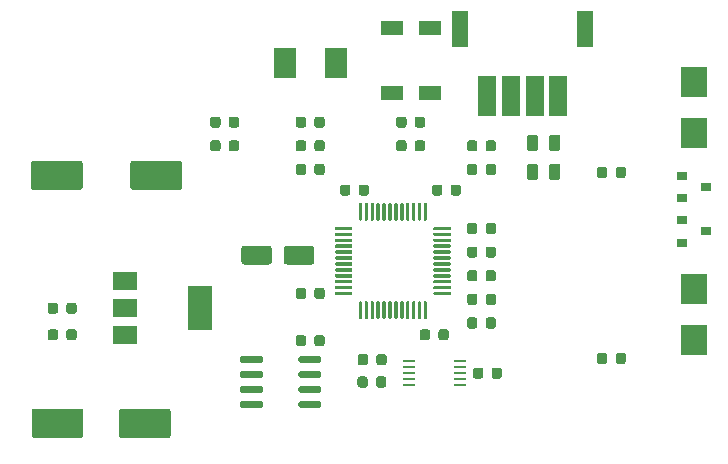
<source format=gbr>
G04 #@! TF.GenerationSoftware,KiCad,Pcbnew,(5.1.6)-1*
G04 #@! TF.CreationDate,2020-10-27T15:13:45-03:00*
G04 #@! TF.ProjectId,HMIconSTM32,484d4963-6f6e-4535-944d-33322e6b6963,v1.0*
G04 #@! TF.SameCoordinates,Original*
G04 #@! TF.FileFunction,Paste,Top*
G04 #@! TF.FilePolarity,Positive*
%FSLAX46Y46*%
G04 Gerber Fmt 4.6, Leading zero omitted, Abs format (unit mm)*
G04 Created by KiCad (PCBNEW (5.1.6)-1) date 2020-10-27 15:13:45*
%MOMM*%
%LPD*%
G01*
G04 APERTURE LIST*
%ADD10R,1.900000X1.300000*%
%ADD11R,1.400000X3.100000*%
%ADD12R,1.500000X3.400000*%
%ADD13R,2.300000X2.500000*%
%ADD14R,1.900000X2.600000*%
%ADD15R,1.100000X0.250000*%
%ADD16R,2.000000X1.500000*%
%ADD17R,2.000000X3.800000*%
%ADD18R,0.900000X0.800000*%
G04 APERTURE END LIST*
D10*
X102150000Y-57750000D03*
X102150000Y-52250000D03*
X105350000Y-52250000D03*
X105350000Y-57750000D03*
G36*
G01*
X88350000Y-62506250D02*
X88350000Y-61993750D01*
G75*
G02*
X88568750Y-61775000I218750J0D01*
G01*
X89006250Y-61775000D01*
G75*
G02*
X89225000Y-61993750I0J-218750D01*
G01*
X89225000Y-62506250D01*
G75*
G02*
X89006250Y-62725000I-218750J0D01*
G01*
X88568750Y-62725000D01*
G75*
G02*
X88350000Y-62506250I0J218750D01*
G01*
G37*
G36*
G01*
X86775000Y-62506250D02*
X86775000Y-61993750D01*
G75*
G02*
X86993750Y-61775000I218750J0D01*
G01*
X87431250Y-61775000D01*
G75*
G02*
X87650000Y-61993750I0J-218750D01*
G01*
X87650000Y-62506250D01*
G75*
G02*
X87431250Y-62725000I-218750J0D01*
G01*
X86993750Y-62725000D01*
G75*
G02*
X86775000Y-62506250I0J218750D01*
G01*
G37*
G36*
G01*
X87650000Y-59993750D02*
X87650000Y-60506250D01*
G75*
G02*
X87431250Y-60725000I-218750J0D01*
G01*
X86993750Y-60725000D01*
G75*
G02*
X86775000Y-60506250I0J218750D01*
G01*
X86775000Y-59993750D01*
G75*
G02*
X86993750Y-59775000I218750J0D01*
G01*
X87431250Y-59775000D01*
G75*
G02*
X87650000Y-59993750I0J-218750D01*
G01*
G37*
G36*
G01*
X89225000Y-59993750D02*
X89225000Y-60506250D01*
G75*
G02*
X89006250Y-60725000I-218750J0D01*
G01*
X88568750Y-60725000D01*
G75*
G02*
X88350000Y-60506250I0J218750D01*
G01*
X88350000Y-59993750D01*
G75*
G02*
X88568750Y-59775000I218750J0D01*
G01*
X89006250Y-59775000D01*
G75*
G02*
X89225000Y-59993750I0J-218750D01*
G01*
G37*
G36*
G01*
X92000000Y-70950000D02*
X92000000Y-72050000D01*
G75*
G02*
X91750000Y-72300000I-250000J0D01*
G01*
X89650000Y-72300000D01*
G75*
G02*
X89400000Y-72050000I0J250000D01*
G01*
X89400000Y-70950000D01*
G75*
G02*
X89650000Y-70700000I250000J0D01*
G01*
X91750000Y-70700000D01*
G75*
G02*
X92000000Y-70950000I0J-250000D01*
G01*
G37*
G36*
G01*
X95600000Y-70950000D02*
X95600000Y-72050000D01*
G75*
G02*
X95350000Y-72300000I-250000J0D01*
G01*
X93250000Y-72300000D01*
G75*
G02*
X93000000Y-72050000I0J250000D01*
G01*
X93000000Y-70950000D01*
G75*
G02*
X93250000Y-70700000I250000J0D01*
G01*
X95350000Y-70700000D01*
G75*
G02*
X95600000Y-70950000I0J-250000D01*
G01*
G37*
D11*
X107950000Y-52350000D03*
X118550000Y-52350000D03*
D12*
X110250000Y-58000000D03*
X112250000Y-58000000D03*
X114250000Y-58000000D03*
X116250000Y-58000000D03*
G36*
G01*
X107137500Y-66256250D02*
X107137500Y-65743750D01*
G75*
G02*
X107356250Y-65525000I218750J0D01*
G01*
X107793750Y-65525000D01*
G75*
G02*
X108012500Y-65743750I0J-218750D01*
G01*
X108012500Y-66256250D01*
G75*
G02*
X107793750Y-66475000I-218750J0D01*
G01*
X107356250Y-66475000D01*
G75*
G02*
X107137500Y-66256250I0J218750D01*
G01*
G37*
G36*
G01*
X105562500Y-66256250D02*
X105562500Y-65743750D01*
G75*
G02*
X105781250Y-65525000I218750J0D01*
G01*
X106218750Y-65525000D01*
G75*
G02*
X106437500Y-65743750I0J-218750D01*
G01*
X106437500Y-66256250D01*
G75*
G02*
X106218750Y-66475000I-218750J0D01*
G01*
X105781250Y-66475000D01*
G75*
G02*
X105562500Y-66256250I0J218750D01*
G01*
G37*
G36*
G01*
X106100000Y-78506250D02*
X106100000Y-77993750D01*
G75*
G02*
X106318750Y-77775000I218750J0D01*
G01*
X106756250Y-77775000D01*
G75*
G02*
X106975000Y-77993750I0J-218750D01*
G01*
X106975000Y-78506250D01*
G75*
G02*
X106756250Y-78725000I-218750J0D01*
G01*
X106318750Y-78725000D01*
G75*
G02*
X106100000Y-78506250I0J218750D01*
G01*
G37*
G36*
G01*
X104525000Y-78506250D02*
X104525000Y-77993750D01*
G75*
G02*
X104743750Y-77775000I218750J0D01*
G01*
X105181250Y-77775000D01*
G75*
G02*
X105400000Y-77993750I0J-218750D01*
G01*
X105400000Y-78506250D01*
G75*
G02*
X105181250Y-78725000I-218750J0D01*
G01*
X104743750Y-78725000D01*
G75*
G02*
X104525000Y-78506250I0J218750D01*
G01*
G37*
G36*
G01*
X98650000Y-65743750D02*
X98650000Y-66256250D01*
G75*
G02*
X98431250Y-66475000I-218750J0D01*
G01*
X97993750Y-66475000D01*
G75*
G02*
X97775000Y-66256250I0J218750D01*
G01*
X97775000Y-65743750D01*
G75*
G02*
X97993750Y-65525000I218750J0D01*
G01*
X98431250Y-65525000D01*
G75*
G02*
X98650000Y-65743750I0J-218750D01*
G01*
G37*
G36*
G01*
X100225000Y-65743750D02*
X100225000Y-66256250D01*
G75*
G02*
X100006250Y-66475000I-218750J0D01*
G01*
X99568750Y-66475000D01*
G75*
G02*
X99350000Y-66256250I0J218750D01*
G01*
X99350000Y-65743750D01*
G75*
G02*
X99568750Y-65525000I218750J0D01*
G01*
X100006250Y-65525000D01*
G75*
G02*
X100225000Y-65743750I0J-218750D01*
G01*
G37*
G36*
G01*
X105750000Y-69100000D02*
X107075000Y-69100000D01*
G75*
G02*
X107150000Y-69175000I0J-75000D01*
G01*
X107150000Y-69325000D01*
G75*
G02*
X107075000Y-69400000I-75000J0D01*
G01*
X105750000Y-69400000D01*
G75*
G02*
X105675000Y-69325000I0J75000D01*
G01*
X105675000Y-69175000D01*
G75*
G02*
X105750000Y-69100000I75000J0D01*
G01*
G37*
G36*
G01*
X105750000Y-69600000D02*
X107075000Y-69600000D01*
G75*
G02*
X107150000Y-69675000I0J-75000D01*
G01*
X107150000Y-69825000D01*
G75*
G02*
X107075000Y-69900000I-75000J0D01*
G01*
X105750000Y-69900000D01*
G75*
G02*
X105675000Y-69825000I0J75000D01*
G01*
X105675000Y-69675000D01*
G75*
G02*
X105750000Y-69600000I75000J0D01*
G01*
G37*
G36*
G01*
X105750000Y-70100000D02*
X107075000Y-70100000D01*
G75*
G02*
X107150000Y-70175000I0J-75000D01*
G01*
X107150000Y-70325000D01*
G75*
G02*
X107075000Y-70400000I-75000J0D01*
G01*
X105750000Y-70400000D01*
G75*
G02*
X105675000Y-70325000I0J75000D01*
G01*
X105675000Y-70175000D01*
G75*
G02*
X105750000Y-70100000I75000J0D01*
G01*
G37*
G36*
G01*
X105750000Y-70600000D02*
X107075000Y-70600000D01*
G75*
G02*
X107150000Y-70675000I0J-75000D01*
G01*
X107150000Y-70825000D01*
G75*
G02*
X107075000Y-70900000I-75000J0D01*
G01*
X105750000Y-70900000D01*
G75*
G02*
X105675000Y-70825000I0J75000D01*
G01*
X105675000Y-70675000D01*
G75*
G02*
X105750000Y-70600000I75000J0D01*
G01*
G37*
G36*
G01*
X105750000Y-71100000D02*
X107075000Y-71100000D01*
G75*
G02*
X107150000Y-71175000I0J-75000D01*
G01*
X107150000Y-71325000D01*
G75*
G02*
X107075000Y-71400000I-75000J0D01*
G01*
X105750000Y-71400000D01*
G75*
G02*
X105675000Y-71325000I0J75000D01*
G01*
X105675000Y-71175000D01*
G75*
G02*
X105750000Y-71100000I75000J0D01*
G01*
G37*
G36*
G01*
X105750000Y-71600000D02*
X107075000Y-71600000D01*
G75*
G02*
X107150000Y-71675000I0J-75000D01*
G01*
X107150000Y-71825000D01*
G75*
G02*
X107075000Y-71900000I-75000J0D01*
G01*
X105750000Y-71900000D01*
G75*
G02*
X105675000Y-71825000I0J75000D01*
G01*
X105675000Y-71675000D01*
G75*
G02*
X105750000Y-71600000I75000J0D01*
G01*
G37*
G36*
G01*
X105750000Y-72100000D02*
X107075000Y-72100000D01*
G75*
G02*
X107150000Y-72175000I0J-75000D01*
G01*
X107150000Y-72325000D01*
G75*
G02*
X107075000Y-72400000I-75000J0D01*
G01*
X105750000Y-72400000D01*
G75*
G02*
X105675000Y-72325000I0J75000D01*
G01*
X105675000Y-72175000D01*
G75*
G02*
X105750000Y-72100000I75000J0D01*
G01*
G37*
G36*
G01*
X105750000Y-72600000D02*
X107075000Y-72600000D01*
G75*
G02*
X107150000Y-72675000I0J-75000D01*
G01*
X107150000Y-72825000D01*
G75*
G02*
X107075000Y-72900000I-75000J0D01*
G01*
X105750000Y-72900000D01*
G75*
G02*
X105675000Y-72825000I0J75000D01*
G01*
X105675000Y-72675000D01*
G75*
G02*
X105750000Y-72600000I75000J0D01*
G01*
G37*
G36*
G01*
X105750000Y-73100000D02*
X107075000Y-73100000D01*
G75*
G02*
X107150000Y-73175000I0J-75000D01*
G01*
X107150000Y-73325000D01*
G75*
G02*
X107075000Y-73400000I-75000J0D01*
G01*
X105750000Y-73400000D01*
G75*
G02*
X105675000Y-73325000I0J75000D01*
G01*
X105675000Y-73175000D01*
G75*
G02*
X105750000Y-73100000I75000J0D01*
G01*
G37*
G36*
G01*
X105750000Y-73600000D02*
X107075000Y-73600000D01*
G75*
G02*
X107150000Y-73675000I0J-75000D01*
G01*
X107150000Y-73825000D01*
G75*
G02*
X107075000Y-73900000I-75000J0D01*
G01*
X105750000Y-73900000D01*
G75*
G02*
X105675000Y-73825000I0J75000D01*
G01*
X105675000Y-73675000D01*
G75*
G02*
X105750000Y-73600000I75000J0D01*
G01*
G37*
G36*
G01*
X105750000Y-74100000D02*
X107075000Y-74100000D01*
G75*
G02*
X107150000Y-74175000I0J-75000D01*
G01*
X107150000Y-74325000D01*
G75*
G02*
X107075000Y-74400000I-75000J0D01*
G01*
X105750000Y-74400000D01*
G75*
G02*
X105675000Y-74325000I0J75000D01*
G01*
X105675000Y-74175000D01*
G75*
G02*
X105750000Y-74100000I75000J0D01*
G01*
G37*
G36*
G01*
X105750000Y-74600000D02*
X107075000Y-74600000D01*
G75*
G02*
X107150000Y-74675000I0J-75000D01*
G01*
X107150000Y-74825000D01*
G75*
G02*
X107075000Y-74900000I-75000J0D01*
G01*
X105750000Y-74900000D01*
G75*
G02*
X105675000Y-74825000I0J75000D01*
G01*
X105675000Y-74675000D01*
G75*
G02*
X105750000Y-74600000I75000J0D01*
G01*
G37*
G36*
G01*
X104925000Y-75425000D02*
X105075000Y-75425000D01*
G75*
G02*
X105150000Y-75500000I0J-75000D01*
G01*
X105150000Y-76825000D01*
G75*
G02*
X105075000Y-76900000I-75000J0D01*
G01*
X104925000Y-76900000D01*
G75*
G02*
X104850000Y-76825000I0J75000D01*
G01*
X104850000Y-75500000D01*
G75*
G02*
X104925000Y-75425000I75000J0D01*
G01*
G37*
G36*
G01*
X104425000Y-75425000D02*
X104575000Y-75425000D01*
G75*
G02*
X104650000Y-75500000I0J-75000D01*
G01*
X104650000Y-76825000D01*
G75*
G02*
X104575000Y-76900000I-75000J0D01*
G01*
X104425000Y-76900000D01*
G75*
G02*
X104350000Y-76825000I0J75000D01*
G01*
X104350000Y-75500000D01*
G75*
G02*
X104425000Y-75425000I75000J0D01*
G01*
G37*
G36*
G01*
X103925000Y-75425000D02*
X104075000Y-75425000D01*
G75*
G02*
X104150000Y-75500000I0J-75000D01*
G01*
X104150000Y-76825000D01*
G75*
G02*
X104075000Y-76900000I-75000J0D01*
G01*
X103925000Y-76900000D01*
G75*
G02*
X103850000Y-76825000I0J75000D01*
G01*
X103850000Y-75500000D01*
G75*
G02*
X103925000Y-75425000I75000J0D01*
G01*
G37*
G36*
G01*
X103425000Y-75425000D02*
X103575000Y-75425000D01*
G75*
G02*
X103650000Y-75500000I0J-75000D01*
G01*
X103650000Y-76825000D01*
G75*
G02*
X103575000Y-76900000I-75000J0D01*
G01*
X103425000Y-76900000D01*
G75*
G02*
X103350000Y-76825000I0J75000D01*
G01*
X103350000Y-75500000D01*
G75*
G02*
X103425000Y-75425000I75000J0D01*
G01*
G37*
G36*
G01*
X102925000Y-75425000D02*
X103075000Y-75425000D01*
G75*
G02*
X103150000Y-75500000I0J-75000D01*
G01*
X103150000Y-76825000D01*
G75*
G02*
X103075000Y-76900000I-75000J0D01*
G01*
X102925000Y-76900000D01*
G75*
G02*
X102850000Y-76825000I0J75000D01*
G01*
X102850000Y-75500000D01*
G75*
G02*
X102925000Y-75425000I75000J0D01*
G01*
G37*
G36*
G01*
X102425000Y-75425000D02*
X102575000Y-75425000D01*
G75*
G02*
X102650000Y-75500000I0J-75000D01*
G01*
X102650000Y-76825000D01*
G75*
G02*
X102575000Y-76900000I-75000J0D01*
G01*
X102425000Y-76900000D01*
G75*
G02*
X102350000Y-76825000I0J75000D01*
G01*
X102350000Y-75500000D01*
G75*
G02*
X102425000Y-75425000I75000J0D01*
G01*
G37*
G36*
G01*
X101925000Y-75425000D02*
X102075000Y-75425000D01*
G75*
G02*
X102150000Y-75500000I0J-75000D01*
G01*
X102150000Y-76825000D01*
G75*
G02*
X102075000Y-76900000I-75000J0D01*
G01*
X101925000Y-76900000D01*
G75*
G02*
X101850000Y-76825000I0J75000D01*
G01*
X101850000Y-75500000D01*
G75*
G02*
X101925000Y-75425000I75000J0D01*
G01*
G37*
G36*
G01*
X101425000Y-75425000D02*
X101575000Y-75425000D01*
G75*
G02*
X101650000Y-75500000I0J-75000D01*
G01*
X101650000Y-76825000D01*
G75*
G02*
X101575000Y-76900000I-75000J0D01*
G01*
X101425000Y-76900000D01*
G75*
G02*
X101350000Y-76825000I0J75000D01*
G01*
X101350000Y-75500000D01*
G75*
G02*
X101425000Y-75425000I75000J0D01*
G01*
G37*
G36*
G01*
X100925000Y-75425000D02*
X101075000Y-75425000D01*
G75*
G02*
X101150000Y-75500000I0J-75000D01*
G01*
X101150000Y-76825000D01*
G75*
G02*
X101075000Y-76900000I-75000J0D01*
G01*
X100925000Y-76900000D01*
G75*
G02*
X100850000Y-76825000I0J75000D01*
G01*
X100850000Y-75500000D01*
G75*
G02*
X100925000Y-75425000I75000J0D01*
G01*
G37*
G36*
G01*
X100425000Y-75425000D02*
X100575000Y-75425000D01*
G75*
G02*
X100650000Y-75500000I0J-75000D01*
G01*
X100650000Y-76825000D01*
G75*
G02*
X100575000Y-76900000I-75000J0D01*
G01*
X100425000Y-76900000D01*
G75*
G02*
X100350000Y-76825000I0J75000D01*
G01*
X100350000Y-75500000D01*
G75*
G02*
X100425000Y-75425000I75000J0D01*
G01*
G37*
G36*
G01*
X99925000Y-75425000D02*
X100075000Y-75425000D01*
G75*
G02*
X100150000Y-75500000I0J-75000D01*
G01*
X100150000Y-76825000D01*
G75*
G02*
X100075000Y-76900000I-75000J0D01*
G01*
X99925000Y-76900000D01*
G75*
G02*
X99850000Y-76825000I0J75000D01*
G01*
X99850000Y-75500000D01*
G75*
G02*
X99925000Y-75425000I75000J0D01*
G01*
G37*
G36*
G01*
X99425000Y-75425000D02*
X99575000Y-75425000D01*
G75*
G02*
X99650000Y-75500000I0J-75000D01*
G01*
X99650000Y-76825000D01*
G75*
G02*
X99575000Y-76900000I-75000J0D01*
G01*
X99425000Y-76900000D01*
G75*
G02*
X99350000Y-76825000I0J75000D01*
G01*
X99350000Y-75500000D01*
G75*
G02*
X99425000Y-75425000I75000J0D01*
G01*
G37*
G36*
G01*
X97425000Y-74600000D02*
X98750000Y-74600000D01*
G75*
G02*
X98825000Y-74675000I0J-75000D01*
G01*
X98825000Y-74825000D01*
G75*
G02*
X98750000Y-74900000I-75000J0D01*
G01*
X97425000Y-74900000D01*
G75*
G02*
X97350000Y-74825000I0J75000D01*
G01*
X97350000Y-74675000D01*
G75*
G02*
X97425000Y-74600000I75000J0D01*
G01*
G37*
G36*
G01*
X97425000Y-74100000D02*
X98750000Y-74100000D01*
G75*
G02*
X98825000Y-74175000I0J-75000D01*
G01*
X98825000Y-74325000D01*
G75*
G02*
X98750000Y-74400000I-75000J0D01*
G01*
X97425000Y-74400000D01*
G75*
G02*
X97350000Y-74325000I0J75000D01*
G01*
X97350000Y-74175000D01*
G75*
G02*
X97425000Y-74100000I75000J0D01*
G01*
G37*
G36*
G01*
X97425000Y-73600000D02*
X98750000Y-73600000D01*
G75*
G02*
X98825000Y-73675000I0J-75000D01*
G01*
X98825000Y-73825000D01*
G75*
G02*
X98750000Y-73900000I-75000J0D01*
G01*
X97425000Y-73900000D01*
G75*
G02*
X97350000Y-73825000I0J75000D01*
G01*
X97350000Y-73675000D01*
G75*
G02*
X97425000Y-73600000I75000J0D01*
G01*
G37*
G36*
G01*
X97425000Y-73100000D02*
X98750000Y-73100000D01*
G75*
G02*
X98825000Y-73175000I0J-75000D01*
G01*
X98825000Y-73325000D01*
G75*
G02*
X98750000Y-73400000I-75000J0D01*
G01*
X97425000Y-73400000D01*
G75*
G02*
X97350000Y-73325000I0J75000D01*
G01*
X97350000Y-73175000D01*
G75*
G02*
X97425000Y-73100000I75000J0D01*
G01*
G37*
G36*
G01*
X97425000Y-72600000D02*
X98750000Y-72600000D01*
G75*
G02*
X98825000Y-72675000I0J-75000D01*
G01*
X98825000Y-72825000D01*
G75*
G02*
X98750000Y-72900000I-75000J0D01*
G01*
X97425000Y-72900000D01*
G75*
G02*
X97350000Y-72825000I0J75000D01*
G01*
X97350000Y-72675000D01*
G75*
G02*
X97425000Y-72600000I75000J0D01*
G01*
G37*
G36*
G01*
X97425000Y-72100000D02*
X98750000Y-72100000D01*
G75*
G02*
X98825000Y-72175000I0J-75000D01*
G01*
X98825000Y-72325000D01*
G75*
G02*
X98750000Y-72400000I-75000J0D01*
G01*
X97425000Y-72400000D01*
G75*
G02*
X97350000Y-72325000I0J75000D01*
G01*
X97350000Y-72175000D01*
G75*
G02*
X97425000Y-72100000I75000J0D01*
G01*
G37*
G36*
G01*
X97425000Y-71600000D02*
X98750000Y-71600000D01*
G75*
G02*
X98825000Y-71675000I0J-75000D01*
G01*
X98825000Y-71825000D01*
G75*
G02*
X98750000Y-71900000I-75000J0D01*
G01*
X97425000Y-71900000D01*
G75*
G02*
X97350000Y-71825000I0J75000D01*
G01*
X97350000Y-71675000D01*
G75*
G02*
X97425000Y-71600000I75000J0D01*
G01*
G37*
G36*
G01*
X97425000Y-71100000D02*
X98750000Y-71100000D01*
G75*
G02*
X98825000Y-71175000I0J-75000D01*
G01*
X98825000Y-71325000D01*
G75*
G02*
X98750000Y-71400000I-75000J0D01*
G01*
X97425000Y-71400000D01*
G75*
G02*
X97350000Y-71325000I0J75000D01*
G01*
X97350000Y-71175000D01*
G75*
G02*
X97425000Y-71100000I75000J0D01*
G01*
G37*
G36*
G01*
X97425000Y-70600000D02*
X98750000Y-70600000D01*
G75*
G02*
X98825000Y-70675000I0J-75000D01*
G01*
X98825000Y-70825000D01*
G75*
G02*
X98750000Y-70900000I-75000J0D01*
G01*
X97425000Y-70900000D01*
G75*
G02*
X97350000Y-70825000I0J75000D01*
G01*
X97350000Y-70675000D01*
G75*
G02*
X97425000Y-70600000I75000J0D01*
G01*
G37*
G36*
G01*
X97425000Y-70100000D02*
X98750000Y-70100000D01*
G75*
G02*
X98825000Y-70175000I0J-75000D01*
G01*
X98825000Y-70325000D01*
G75*
G02*
X98750000Y-70400000I-75000J0D01*
G01*
X97425000Y-70400000D01*
G75*
G02*
X97350000Y-70325000I0J75000D01*
G01*
X97350000Y-70175000D01*
G75*
G02*
X97425000Y-70100000I75000J0D01*
G01*
G37*
G36*
G01*
X97425000Y-69600000D02*
X98750000Y-69600000D01*
G75*
G02*
X98825000Y-69675000I0J-75000D01*
G01*
X98825000Y-69825000D01*
G75*
G02*
X98750000Y-69900000I-75000J0D01*
G01*
X97425000Y-69900000D01*
G75*
G02*
X97350000Y-69825000I0J75000D01*
G01*
X97350000Y-69675000D01*
G75*
G02*
X97425000Y-69600000I75000J0D01*
G01*
G37*
G36*
G01*
X97425000Y-69100000D02*
X98750000Y-69100000D01*
G75*
G02*
X98825000Y-69175000I0J-75000D01*
G01*
X98825000Y-69325000D01*
G75*
G02*
X98750000Y-69400000I-75000J0D01*
G01*
X97425000Y-69400000D01*
G75*
G02*
X97350000Y-69325000I0J75000D01*
G01*
X97350000Y-69175000D01*
G75*
G02*
X97425000Y-69100000I75000J0D01*
G01*
G37*
G36*
G01*
X99425000Y-67100000D02*
X99575000Y-67100000D01*
G75*
G02*
X99650000Y-67175000I0J-75000D01*
G01*
X99650000Y-68500000D01*
G75*
G02*
X99575000Y-68575000I-75000J0D01*
G01*
X99425000Y-68575000D01*
G75*
G02*
X99350000Y-68500000I0J75000D01*
G01*
X99350000Y-67175000D01*
G75*
G02*
X99425000Y-67100000I75000J0D01*
G01*
G37*
G36*
G01*
X99925000Y-67100000D02*
X100075000Y-67100000D01*
G75*
G02*
X100150000Y-67175000I0J-75000D01*
G01*
X100150000Y-68500000D01*
G75*
G02*
X100075000Y-68575000I-75000J0D01*
G01*
X99925000Y-68575000D01*
G75*
G02*
X99850000Y-68500000I0J75000D01*
G01*
X99850000Y-67175000D01*
G75*
G02*
X99925000Y-67100000I75000J0D01*
G01*
G37*
G36*
G01*
X100425000Y-67100000D02*
X100575000Y-67100000D01*
G75*
G02*
X100650000Y-67175000I0J-75000D01*
G01*
X100650000Y-68500000D01*
G75*
G02*
X100575000Y-68575000I-75000J0D01*
G01*
X100425000Y-68575000D01*
G75*
G02*
X100350000Y-68500000I0J75000D01*
G01*
X100350000Y-67175000D01*
G75*
G02*
X100425000Y-67100000I75000J0D01*
G01*
G37*
G36*
G01*
X100925000Y-67100000D02*
X101075000Y-67100000D01*
G75*
G02*
X101150000Y-67175000I0J-75000D01*
G01*
X101150000Y-68500000D01*
G75*
G02*
X101075000Y-68575000I-75000J0D01*
G01*
X100925000Y-68575000D01*
G75*
G02*
X100850000Y-68500000I0J75000D01*
G01*
X100850000Y-67175000D01*
G75*
G02*
X100925000Y-67100000I75000J0D01*
G01*
G37*
G36*
G01*
X101425000Y-67100000D02*
X101575000Y-67100000D01*
G75*
G02*
X101650000Y-67175000I0J-75000D01*
G01*
X101650000Y-68500000D01*
G75*
G02*
X101575000Y-68575000I-75000J0D01*
G01*
X101425000Y-68575000D01*
G75*
G02*
X101350000Y-68500000I0J75000D01*
G01*
X101350000Y-67175000D01*
G75*
G02*
X101425000Y-67100000I75000J0D01*
G01*
G37*
G36*
G01*
X101925000Y-67100000D02*
X102075000Y-67100000D01*
G75*
G02*
X102150000Y-67175000I0J-75000D01*
G01*
X102150000Y-68500000D01*
G75*
G02*
X102075000Y-68575000I-75000J0D01*
G01*
X101925000Y-68575000D01*
G75*
G02*
X101850000Y-68500000I0J75000D01*
G01*
X101850000Y-67175000D01*
G75*
G02*
X101925000Y-67100000I75000J0D01*
G01*
G37*
G36*
G01*
X102425000Y-67100000D02*
X102575000Y-67100000D01*
G75*
G02*
X102650000Y-67175000I0J-75000D01*
G01*
X102650000Y-68500000D01*
G75*
G02*
X102575000Y-68575000I-75000J0D01*
G01*
X102425000Y-68575000D01*
G75*
G02*
X102350000Y-68500000I0J75000D01*
G01*
X102350000Y-67175000D01*
G75*
G02*
X102425000Y-67100000I75000J0D01*
G01*
G37*
G36*
G01*
X102925000Y-67100000D02*
X103075000Y-67100000D01*
G75*
G02*
X103150000Y-67175000I0J-75000D01*
G01*
X103150000Y-68500000D01*
G75*
G02*
X103075000Y-68575000I-75000J0D01*
G01*
X102925000Y-68575000D01*
G75*
G02*
X102850000Y-68500000I0J75000D01*
G01*
X102850000Y-67175000D01*
G75*
G02*
X102925000Y-67100000I75000J0D01*
G01*
G37*
G36*
G01*
X103425000Y-67100000D02*
X103575000Y-67100000D01*
G75*
G02*
X103650000Y-67175000I0J-75000D01*
G01*
X103650000Y-68500000D01*
G75*
G02*
X103575000Y-68575000I-75000J0D01*
G01*
X103425000Y-68575000D01*
G75*
G02*
X103350000Y-68500000I0J75000D01*
G01*
X103350000Y-67175000D01*
G75*
G02*
X103425000Y-67100000I75000J0D01*
G01*
G37*
G36*
G01*
X103925000Y-67100000D02*
X104075000Y-67100000D01*
G75*
G02*
X104150000Y-67175000I0J-75000D01*
G01*
X104150000Y-68500000D01*
G75*
G02*
X104075000Y-68575000I-75000J0D01*
G01*
X103925000Y-68575000D01*
G75*
G02*
X103850000Y-68500000I0J75000D01*
G01*
X103850000Y-67175000D01*
G75*
G02*
X103925000Y-67100000I75000J0D01*
G01*
G37*
G36*
G01*
X104425000Y-67100000D02*
X104575000Y-67100000D01*
G75*
G02*
X104650000Y-67175000I0J-75000D01*
G01*
X104650000Y-68500000D01*
G75*
G02*
X104575000Y-68575000I-75000J0D01*
G01*
X104425000Y-68575000D01*
G75*
G02*
X104350000Y-68500000I0J75000D01*
G01*
X104350000Y-67175000D01*
G75*
G02*
X104425000Y-67100000I75000J0D01*
G01*
G37*
G36*
G01*
X104925000Y-67100000D02*
X105075000Y-67100000D01*
G75*
G02*
X105150000Y-67175000I0J-75000D01*
G01*
X105150000Y-68500000D01*
G75*
G02*
X105075000Y-68575000I-75000J0D01*
G01*
X104925000Y-68575000D01*
G75*
G02*
X104850000Y-68500000I0J75000D01*
G01*
X104850000Y-67175000D01*
G75*
G02*
X104925000Y-67100000I75000J0D01*
G01*
G37*
D13*
X127750000Y-78650000D03*
X127750000Y-74350000D03*
G36*
G01*
X110100000Y-77506250D02*
X110100000Y-76993750D01*
G75*
G02*
X110318750Y-76775000I218750J0D01*
G01*
X110756250Y-76775000D01*
G75*
G02*
X110975000Y-76993750I0J-218750D01*
G01*
X110975000Y-77506250D01*
G75*
G02*
X110756250Y-77725000I-218750J0D01*
G01*
X110318750Y-77725000D01*
G75*
G02*
X110100000Y-77506250I0J218750D01*
G01*
G37*
G36*
G01*
X108525000Y-77506250D02*
X108525000Y-76993750D01*
G75*
G02*
X108743750Y-76775000I218750J0D01*
G01*
X109181250Y-76775000D01*
G75*
G02*
X109400000Y-76993750I0J-218750D01*
G01*
X109400000Y-77506250D01*
G75*
G02*
X109181250Y-77725000I-218750J0D01*
G01*
X108743750Y-77725000D01*
G75*
G02*
X108525000Y-77506250I0J218750D01*
G01*
G37*
G36*
G01*
X110100000Y-75506250D02*
X110100000Y-74993750D01*
G75*
G02*
X110318750Y-74775000I218750J0D01*
G01*
X110756250Y-74775000D01*
G75*
G02*
X110975000Y-74993750I0J-218750D01*
G01*
X110975000Y-75506250D01*
G75*
G02*
X110756250Y-75725000I-218750J0D01*
G01*
X110318750Y-75725000D01*
G75*
G02*
X110100000Y-75506250I0J218750D01*
G01*
G37*
G36*
G01*
X108525000Y-75506250D02*
X108525000Y-74993750D01*
G75*
G02*
X108743750Y-74775000I218750J0D01*
G01*
X109181250Y-74775000D01*
G75*
G02*
X109400000Y-74993750I0J-218750D01*
G01*
X109400000Y-75506250D01*
G75*
G02*
X109181250Y-75725000I-218750J0D01*
G01*
X108743750Y-75725000D01*
G75*
G02*
X108525000Y-75506250I0J218750D01*
G01*
G37*
D14*
X93100000Y-55250000D03*
X97400000Y-55250000D03*
G36*
G01*
X94250000Y-80495000D02*
X94250000Y-80195000D01*
G75*
G02*
X94400000Y-80045000I150000J0D01*
G01*
X96050000Y-80045000D01*
G75*
G02*
X96200000Y-80195000I0J-150000D01*
G01*
X96200000Y-80495000D01*
G75*
G02*
X96050000Y-80645000I-150000J0D01*
G01*
X94400000Y-80645000D01*
G75*
G02*
X94250000Y-80495000I0J150000D01*
G01*
G37*
G36*
G01*
X94250000Y-81765000D02*
X94250000Y-81465000D01*
G75*
G02*
X94400000Y-81315000I150000J0D01*
G01*
X96050000Y-81315000D01*
G75*
G02*
X96200000Y-81465000I0J-150000D01*
G01*
X96200000Y-81765000D01*
G75*
G02*
X96050000Y-81915000I-150000J0D01*
G01*
X94400000Y-81915000D01*
G75*
G02*
X94250000Y-81765000I0J150000D01*
G01*
G37*
G36*
G01*
X94250000Y-83035000D02*
X94250000Y-82735000D01*
G75*
G02*
X94400000Y-82585000I150000J0D01*
G01*
X96050000Y-82585000D01*
G75*
G02*
X96200000Y-82735000I0J-150000D01*
G01*
X96200000Y-83035000D01*
G75*
G02*
X96050000Y-83185000I-150000J0D01*
G01*
X94400000Y-83185000D01*
G75*
G02*
X94250000Y-83035000I0J150000D01*
G01*
G37*
G36*
G01*
X94250000Y-84305000D02*
X94250000Y-84005000D01*
G75*
G02*
X94400000Y-83855000I150000J0D01*
G01*
X96050000Y-83855000D01*
G75*
G02*
X96200000Y-84005000I0J-150000D01*
G01*
X96200000Y-84305000D01*
G75*
G02*
X96050000Y-84455000I-150000J0D01*
G01*
X94400000Y-84455000D01*
G75*
G02*
X94250000Y-84305000I0J150000D01*
G01*
G37*
G36*
G01*
X89300000Y-84305000D02*
X89300000Y-84005000D01*
G75*
G02*
X89450000Y-83855000I150000J0D01*
G01*
X91100000Y-83855000D01*
G75*
G02*
X91250000Y-84005000I0J-150000D01*
G01*
X91250000Y-84305000D01*
G75*
G02*
X91100000Y-84455000I-150000J0D01*
G01*
X89450000Y-84455000D01*
G75*
G02*
X89300000Y-84305000I0J150000D01*
G01*
G37*
G36*
G01*
X89300000Y-83035000D02*
X89300000Y-82735000D01*
G75*
G02*
X89450000Y-82585000I150000J0D01*
G01*
X91100000Y-82585000D01*
G75*
G02*
X91250000Y-82735000I0J-150000D01*
G01*
X91250000Y-83035000D01*
G75*
G02*
X91100000Y-83185000I-150000J0D01*
G01*
X89450000Y-83185000D01*
G75*
G02*
X89300000Y-83035000I0J150000D01*
G01*
G37*
G36*
G01*
X89300000Y-81765000D02*
X89300000Y-81465000D01*
G75*
G02*
X89450000Y-81315000I150000J0D01*
G01*
X91100000Y-81315000D01*
G75*
G02*
X91250000Y-81465000I0J-150000D01*
G01*
X91250000Y-81765000D01*
G75*
G02*
X91100000Y-81915000I-150000J0D01*
G01*
X89450000Y-81915000D01*
G75*
G02*
X89300000Y-81765000I0J150000D01*
G01*
G37*
G36*
G01*
X89300000Y-80495000D02*
X89300000Y-80195000D01*
G75*
G02*
X89450000Y-80045000I150000J0D01*
G01*
X91100000Y-80045000D01*
G75*
G02*
X91250000Y-80195000I0J-150000D01*
G01*
X91250000Y-80495000D01*
G75*
G02*
X91100000Y-80645000I-150000J0D01*
G01*
X89450000Y-80645000D01*
G75*
G02*
X89300000Y-80495000I0J150000D01*
G01*
G37*
D15*
X107900000Y-80500000D03*
X107900000Y-81000000D03*
X107900000Y-81500000D03*
X107900000Y-82000000D03*
X107900000Y-82500000D03*
X103600000Y-82500000D03*
X103600000Y-82000000D03*
X103600000Y-81500000D03*
X103600000Y-81000000D03*
X103600000Y-80500000D03*
D16*
X79600000Y-73700000D03*
X79600000Y-78300000D03*
X79600000Y-76000000D03*
D17*
X85900000Y-76000000D03*
G36*
G01*
X120400000Y-79993750D02*
X120400000Y-80506250D01*
G75*
G02*
X120181250Y-80725000I-218750J0D01*
G01*
X119743750Y-80725000D01*
G75*
G02*
X119525000Y-80506250I0J218750D01*
G01*
X119525000Y-79993750D01*
G75*
G02*
X119743750Y-79775000I218750J0D01*
G01*
X120181250Y-79775000D01*
G75*
G02*
X120400000Y-79993750I0J-218750D01*
G01*
G37*
G36*
G01*
X121975000Y-79993750D02*
X121975000Y-80506250D01*
G75*
G02*
X121756250Y-80725000I-218750J0D01*
G01*
X121318750Y-80725000D01*
G75*
G02*
X121100000Y-80506250I0J218750D01*
G01*
X121100000Y-79993750D01*
G75*
G02*
X121318750Y-79775000I218750J0D01*
G01*
X121756250Y-79775000D01*
G75*
G02*
X121975000Y-79993750I0J-218750D01*
G01*
G37*
G36*
G01*
X121100000Y-64756250D02*
X121100000Y-64243750D01*
G75*
G02*
X121318750Y-64025000I218750J0D01*
G01*
X121756250Y-64025000D01*
G75*
G02*
X121975000Y-64243750I0J-218750D01*
G01*
X121975000Y-64756250D01*
G75*
G02*
X121756250Y-64975000I-218750J0D01*
G01*
X121318750Y-64975000D01*
G75*
G02*
X121100000Y-64756250I0J218750D01*
G01*
G37*
G36*
G01*
X119525000Y-64756250D02*
X119525000Y-64243750D01*
G75*
G02*
X119743750Y-64025000I218750J0D01*
G01*
X120181250Y-64025000D01*
G75*
G02*
X120400000Y-64243750I0J-218750D01*
G01*
X120400000Y-64756250D01*
G75*
G02*
X120181250Y-64975000I-218750J0D01*
G01*
X119743750Y-64975000D01*
G75*
G02*
X119525000Y-64756250I0J218750D01*
G01*
G37*
G36*
G01*
X100812500Y-82506250D02*
X100812500Y-81993750D01*
G75*
G02*
X101031250Y-81775000I218750J0D01*
G01*
X101468750Y-81775000D01*
G75*
G02*
X101687500Y-81993750I0J-218750D01*
G01*
X101687500Y-82506250D01*
G75*
G02*
X101468750Y-82725000I-218750J0D01*
G01*
X101031250Y-82725000D01*
G75*
G02*
X100812500Y-82506250I0J218750D01*
G01*
G37*
G36*
G01*
X99237500Y-82506250D02*
X99237500Y-81993750D01*
G75*
G02*
X99456250Y-81775000I218750J0D01*
G01*
X99893750Y-81775000D01*
G75*
G02*
X100112500Y-81993750I0J-218750D01*
G01*
X100112500Y-82506250D01*
G75*
G02*
X99893750Y-82725000I-218750J0D01*
G01*
X99456250Y-82725000D01*
G75*
G02*
X99237500Y-82506250I0J218750D01*
G01*
G37*
G36*
G01*
X100137500Y-80093750D02*
X100137500Y-80606250D01*
G75*
G02*
X99918750Y-80825000I-218750J0D01*
G01*
X99481250Y-80825000D01*
G75*
G02*
X99262500Y-80606250I0J218750D01*
G01*
X99262500Y-80093750D01*
G75*
G02*
X99481250Y-79875000I218750J0D01*
G01*
X99918750Y-79875000D01*
G75*
G02*
X100137500Y-80093750I0J-218750D01*
G01*
G37*
G36*
G01*
X101712500Y-80093750D02*
X101712500Y-80606250D01*
G75*
G02*
X101493750Y-80825000I-218750J0D01*
G01*
X101056250Y-80825000D01*
G75*
G02*
X100837500Y-80606250I0J218750D01*
G01*
X100837500Y-80093750D01*
G75*
G02*
X101056250Y-79875000I218750J0D01*
G01*
X101493750Y-79875000D01*
G75*
G02*
X101712500Y-80093750I0J-218750D01*
G01*
G37*
G36*
G01*
X109400000Y-70993750D02*
X109400000Y-71506250D01*
G75*
G02*
X109181250Y-71725000I-218750J0D01*
G01*
X108743750Y-71725000D01*
G75*
G02*
X108525000Y-71506250I0J218750D01*
G01*
X108525000Y-70993750D01*
G75*
G02*
X108743750Y-70775000I218750J0D01*
G01*
X109181250Y-70775000D01*
G75*
G02*
X109400000Y-70993750I0J-218750D01*
G01*
G37*
G36*
G01*
X110975000Y-70993750D02*
X110975000Y-71506250D01*
G75*
G02*
X110756250Y-71725000I-218750J0D01*
G01*
X110318750Y-71725000D01*
G75*
G02*
X110100000Y-71506250I0J218750D01*
G01*
X110100000Y-70993750D01*
G75*
G02*
X110318750Y-70775000I218750J0D01*
G01*
X110756250Y-70775000D01*
G75*
G02*
X110975000Y-70993750I0J-218750D01*
G01*
G37*
G36*
G01*
X109400000Y-72993750D02*
X109400000Y-73506250D01*
G75*
G02*
X109181250Y-73725000I-218750J0D01*
G01*
X108743750Y-73725000D01*
G75*
G02*
X108525000Y-73506250I0J218750D01*
G01*
X108525000Y-72993750D01*
G75*
G02*
X108743750Y-72775000I218750J0D01*
G01*
X109181250Y-72775000D01*
G75*
G02*
X109400000Y-72993750I0J-218750D01*
G01*
G37*
G36*
G01*
X110975000Y-72993750D02*
X110975000Y-73506250D01*
G75*
G02*
X110756250Y-73725000I-218750J0D01*
G01*
X110318750Y-73725000D01*
G75*
G02*
X110100000Y-73506250I0J218750D01*
G01*
X110100000Y-72993750D01*
G75*
G02*
X110318750Y-72775000I218750J0D01*
G01*
X110756250Y-72775000D01*
G75*
G02*
X110975000Y-72993750I0J-218750D01*
G01*
G37*
G36*
G01*
X109400000Y-61993750D02*
X109400000Y-62506250D01*
G75*
G02*
X109181250Y-62725000I-218750J0D01*
G01*
X108743750Y-62725000D01*
G75*
G02*
X108525000Y-62506250I0J218750D01*
G01*
X108525000Y-61993750D01*
G75*
G02*
X108743750Y-61775000I218750J0D01*
G01*
X109181250Y-61775000D01*
G75*
G02*
X109400000Y-61993750I0J-218750D01*
G01*
G37*
G36*
G01*
X110975000Y-61993750D02*
X110975000Y-62506250D01*
G75*
G02*
X110756250Y-62725000I-218750J0D01*
G01*
X110318750Y-62725000D01*
G75*
G02*
X110100000Y-62506250I0J218750D01*
G01*
X110100000Y-61993750D01*
G75*
G02*
X110318750Y-61775000I218750J0D01*
G01*
X110756250Y-61775000D01*
G75*
G02*
X110975000Y-61993750I0J-218750D01*
G01*
G37*
G36*
G01*
X94900000Y-63993750D02*
X94900000Y-64506250D01*
G75*
G02*
X94681250Y-64725000I-218750J0D01*
G01*
X94243750Y-64725000D01*
G75*
G02*
X94025000Y-64506250I0J218750D01*
G01*
X94025000Y-63993750D01*
G75*
G02*
X94243750Y-63775000I218750J0D01*
G01*
X94681250Y-63775000D01*
G75*
G02*
X94900000Y-63993750I0J-218750D01*
G01*
G37*
G36*
G01*
X96475000Y-63993750D02*
X96475000Y-64506250D01*
G75*
G02*
X96256250Y-64725000I-218750J0D01*
G01*
X95818750Y-64725000D01*
G75*
G02*
X95600000Y-64506250I0J218750D01*
G01*
X95600000Y-63993750D01*
G75*
G02*
X95818750Y-63775000I218750J0D01*
G01*
X96256250Y-63775000D01*
G75*
G02*
X96475000Y-63993750I0J-218750D01*
G01*
G37*
G36*
G01*
X109400000Y-63993750D02*
X109400000Y-64506250D01*
G75*
G02*
X109181250Y-64725000I-218750J0D01*
G01*
X108743750Y-64725000D01*
G75*
G02*
X108525000Y-64506250I0J218750D01*
G01*
X108525000Y-63993750D01*
G75*
G02*
X108743750Y-63775000I218750J0D01*
G01*
X109181250Y-63775000D01*
G75*
G02*
X109400000Y-63993750I0J-218750D01*
G01*
G37*
G36*
G01*
X110975000Y-63993750D02*
X110975000Y-64506250D01*
G75*
G02*
X110756250Y-64725000I-218750J0D01*
G01*
X110318750Y-64725000D01*
G75*
G02*
X110100000Y-64506250I0J218750D01*
G01*
X110100000Y-63993750D01*
G75*
G02*
X110318750Y-63775000I218750J0D01*
G01*
X110756250Y-63775000D01*
G75*
G02*
X110975000Y-63993750I0J-218750D01*
G01*
G37*
D18*
X128750000Y-69500000D03*
X126750000Y-70450000D03*
X126750000Y-68550000D03*
X128750000Y-65750000D03*
X126750000Y-66700000D03*
X126750000Y-64800000D03*
D13*
X127750000Y-61150000D03*
X127750000Y-56850000D03*
G36*
G01*
X114550000Y-61543750D02*
X114550000Y-62456250D01*
G75*
G02*
X114306250Y-62700000I-243750J0D01*
G01*
X113818750Y-62700000D01*
G75*
G02*
X113575000Y-62456250I0J243750D01*
G01*
X113575000Y-61543750D01*
G75*
G02*
X113818750Y-61300000I243750J0D01*
G01*
X114306250Y-61300000D01*
G75*
G02*
X114550000Y-61543750I0J-243750D01*
G01*
G37*
G36*
G01*
X116425000Y-61543750D02*
X116425000Y-62456250D01*
G75*
G02*
X116181250Y-62700000I-243750J0D01*
G01*
X115693750Y-62700000D01*
G75*
G02*
X115450000Y-62456250I0J243750D01*
G01*
X115450000Y-61543750D01*
G75*
G02*
X115693750Y-61300000I243750J0D01*
G01*
X116181250Y-61300000D01*
G75*
G02*
X116425000Y-61543750I0J-243750D01*
G01*
G37*
G36*
G01*
X114550000Y-63993750D02*
X114550000Y-64906250D01*
G75*
G02*
X114306250Y-65150000I-243750J0D01*
G01*
X113818750Y-65150000D01*
G75*
G02*
X113575000Y-64906250I0J243750D01*
G01*
X113575000Y-63993750D01*
G75*
G02*
X113818750Y-63750000I243750J0D01*
G01*
X114306250Y-63750000D01*
G75*
G02*
X114550000Y-63993750I0J-243750D01*
G01*
G37*
G36*
G01*
X116425000Y-63993750D02*
X116425000Y-64906250D01*
G75*
G02*
X116181250Y-65150000I-243750J0D01*
G01*
X115693750Y-65150000D01*
G75*
G02*
X115450000Y-64906250I0J243750D01*
G01*
X115450000Y-63993750D01*
G75*
G02*
X115693750Y-63750000I243750J0D01*
G01*
X116181250Y-63750000D01*
G75*
G02*
X116425000Y-63993750I0J-243750D01*
G01*
G37*
G36*
G01*
X94900000Y-78493750D02*
X94900000Y-79006250D01*
G75*
G02*
X94681250Y-79225000I-218750J0D01*
G01*
X94243750Y-79225000D01*
G75*
G02*
X94025000Y-79006250I0J218750D01*
G01*
X94025000Y-78493750D01*
G75*
G02*
X94243750Y-78275000I218750J0D01*
G01*
X94681250Y-78275000D01*
G75*
G02*
X94900000Y-78493750I0J-218750D01*
G01*
G37*
G36*
G01*
X96475000Y-78493750D02*
X96475000Y-79006250D01*
G75*
G02*
X96256250Y-79225000I-218750J0D01*
G01*
X95818750Y-79225000D01*
G75*
G02*
X95600000Y-79006250I0J218750D01*
G01*
X95600000Y-78493750D01*
G75*
G02*
X95818750Y-78275000I218750J0D01*
G01*
X96256250Y-78275000D01*
G75*
G02*
X96475000Y-78493750I0J-218750D01*
G01*
G37*
G36*
G01*
X110600000Y-81756250D02*
X110600000Y-81243750D01*
G75*
G02*
X110818750Y-81025000I218750J0D01*
G01*
X111256250Y-81025000D01*
G75*
G02*
X111475000Y-81243750I0J-218750D01*
G01*
X111475000Y-81756250D01*
G75*
G02*
X111256250Y-81975000I-218750J0D01*
G01*
X110818750Y-81975000D01*
G75*
G02*
X110600000Y-81756250I0J218750D01*
G01*
G37*
G36*
G01*
X109025000Y-81756250D02*
X109025000Y-81243750D01*
G75*
G02*
X109243750Y-81025000I218750J0D01*
G01*
X109681250Y-81025000D01*
G75*
G02*
X109900000Y-81243750I0J-218750D01*
G01*
X109900000Y-81756250D01*
G75*
G02*
X109681250Y-81975000I-218750J0D01*
G01*
X109243750Y-81975000D01*
G75*
G02*
X109025000Y-81756250I0J218750D01*
G01*
G37*
G36*
G01*
X110100000Y-69506250D02*
X110100000Y-68993750D01*
G75*
G02*
X110318750Y-68775000I218750J0D01*
G01*
X110756250Y-68775000D01*
G75*
G02*
X110975000Y-68993750I0J-218750D01*
G01*
X110975000Y-69506250D01*
G75*
G02*
X110756250Y-69725000I-218750J0D01*
G01*
X110318750Y-69725000D01*
G75*
G02*
X110100000Y-69506250I0J218750D01*
G01*
G37*
G36*
G01*
X108525000Y-69506250D02*
X108525000Y-68993750D01*
G75*
G02*
X108743750Y-68775000I218750J0D01*
G01*
X109181250Y-68775000D01*
G75*
G02*
X109400000Y-68993750I0J-218750D01*
G01*
X109400000Y-69506250D01*
G75*
G02*
X109181250Y-69725000I-218750J0D01*
G01*
X108743750Y-69725000D01*
G75*
G02*
X108525000Y-69506250I0J218750D01*
G01*
G37*
G36*
G01*
X94900000Y-74493750D02*
X94900000Y-75006250D01*
G75*
G02*
X94681250Y-75225000I-218750J0D01*
G01*
X94243750Y-75225000D01*
G75*
G02*
X94025000Y-75006250I0J218750D01*
G01*
X94025000Y-74493750D01*
G75*
G02*
X94243750Y-74275000I218750J0D01*
G01*
X94681250Y-74275000D01*
G75*
G02*
X94900000Y-74493750I0J-218750D01*
G01*
G37*
G36*
G01*
X96475000Y-74493750D02*
X96475000Y-75006250D01*
G75*
G02*
X96256250Y-75225000I-218750J0D01*
G01*
X95818750Y-75225000D01*
G75*
G02*
X95600000Y-75006250I0J218750D01*
G01*
X95600000Y-74493750D01*
G75*
G02*
X95818750Y-74275000I218750J0D01*
G01*
X96256250Y-74275000D01*
G75*
G02*
X96475000Y-74493750I0J-218750D01*
G01*
G37*
G36*
G01*
X103400000Y-61993750D02*
X103400000Y-62506250D01*
G75*
G02*
X103181250Y-62725000I-218750J0D01*
G01*
X102743750Y-62725000D01*
G75*
G02*
X102525000Y-62506250I0J218750D01*
G01*
X102525000Y-61993750D01*
G75*
G02*
X102743750Y-61775000I218750J0D01*
G01*
X103181250Y-61775000D01*
G75*
G02*
X103400000Y-61993750I0J-218750D01*
G01*
G37*
G36*
G01*
X104975000Y-61993750D02*
X104975000Y-62506250D01*
G75*
G02*
X104756250Y-62725000I-218750J0D01*
G01*
X104318750Y-62725000D01*
G75*
G02*
X104100000Y-62506250I0J218750D01*
G01*
X104100000Y-61993750D01*
G75*
G02*
X104318750Y-61775000I218750J0D01*
G01*
X104756250Y-61775000D01*
G75*
G02*
X104975000Y-61993750I0J-218750D01*
G01*
G37*
G36*
G01*
X104100000Y-60506250D02*
X104100000Y-59993750D01*
G75*
G02*
X104318750Y-59775000I218750J0D01*
G01*
X104756250Y-59775000D01*
G75*
G02*
X104975000Y-59993750I0J-218750D01*
G01*
X104975000Y-60506250D01*
G75*
G02*
X104756250Y-60725000I-218750J0D01*
G01*
X104318750Y-60725000D01*
G75*
G02*
X104100000Y-60506250I0J218750D01*
G01*
G37*
G36*
G01*
X102525000Y-60506250D02*
X102525000Y-59993750D01*
G75*
G02*
X102743750Y-59775000I218750J0D01*
G01*
X103181250Y-59775000D01*
G75*
G02*
X103400000Y-59993750I0J-218750D01*
G01*
X103400000Y-60506250D01*
G75*
G02*
X103181250Y-60725000I-218750J0D01*
G01*
X102743750Y-60725000D01*
G75*
G02*
X102525000Y-60506250I0J218750D01*
G01*
G37*
G36*
G01*
X94900000Y-61993750D02*
X94900000Y-62506250D01*
G75*
G02*
X94681250Y-62725000I-218750J0D01*
G01*
X94243750Y-62725000D01*
G75*
G02*
X94025000Y-62506250I0J218750D01*
G01*
X94025000Y-61993750D01*
G75*
G02*
X94243750Y-61775000I218750J0D01*
G01*
X94681250Y-61775000D01*
G75*
G02*
X94900000Y-61993750I0J-218750D01*
G01*
G37*
G36*
G01*
X96475000Y-61993750D02*
X96475000Y-62506250D01*
G75*
G02*
X96256250Y-62725000I-218750J0D01*
G01*
X95818750Y-62725000D01*
G75*
G02*
X95600000Y-62506250I0J218750D01*
G01*
X95600000Y-61993750D01*
G75*
G02*
X95818750Y-61775000I218750J0D01*
G01*
X96256250Y-61775000D01*
G75*
G02*
X96475000Y-61993750I0J-218750D01*
G01*
G37*
G36*
G01*
X95600000Y-60506250D02*
X95600000Y-59993750D01*
G75*
G02*
X95818750Y-59775000I218750J0D01*
G01*
X96256250Y-59775000D01*
G75*
G02*
X96475000Y-59993750I0J-218750D01*
G01*
X96475000Y-60506250D01*
G75*
G02*
X96256250Y-60725000I-218750J0D01*
G01*
X95818750Y-60725000D01*
G75*
G02*
X95600000Y-60506250I0J218750D01*
G01*
G37*
G36*
G01*
X94025000Y-60506250D02*
X94025000Y-59993750D01*
G75*
G02*
X94243750Y-59775000I218750J0D01*
G01*
X94681250Y-59775000D01*
G75*
G02*
X94900000Y-59993750I0J-218750D01*
G01*
X94900000Y-60506250D01*
G75*
G02*
X94681250Y-60725000I-218750J0D01*
G01*
X94243750Y-60725000D01*
G75*
G02*
X94025000Y-60506250I0J218750D01*
G01*
G37*
G36*
G01*
X76000000Y-63750000D02*
X76000000Y-65750000D01*
G75*
G02*
X75750000Y-66000000I-250000J0D01*
G01*
X71850000Y-66000000D01*
G75*
G02*
X71600000Y-65750000I0J250000D01*
G01*
X71600000Y-63750000D01*
G75*
G02*
X71850000Y-63500000I250000J0D01*
G01*
X75750000Y-63500000D01*
G75*
G02*
X76000000Y-63750000I0J-250000D01*
G01*
G37*
G36*
G01*
X84400000Y-63750000D02*
X84400000Y-65750000D01*
G75*
G02*
X84150000Y-66000000I-250000J0D01*
G01*
X80250000Y-66000000D01*
G75*
G02*
X80000000Y-65750000I0J250000D01*
G01*
X80000000Y-63750000D01*
G75*
G02*
X80250000Y-63500000I250000J0D01*
G01*
X84150000Y-63500000D01*
G75*
G02*
X84400000Y-63750000I0J-250000D01*
G01*
G37*
G36*
G01*
X73900000Y-75743750D02*
X73900000Y-76256250D01*
G75*
G02*
X73681250Y-76475000I-218750J0D01*
G01*
X73243750Y-76475000D01*
G75*
G02*
X73025000Y-76256250I0J218750D01*
G01*
X73025000Y-75743750D01*
G75*
G02*
X73243750Y-75525000I218750J0D01*
G01*
X73681250Y-75525000D01*
G75*
G02*
X73900000Y-75743750I0J-218750D01*
G01*
G37*
G36*
G01*
X75475000Y-75743750D02*
X75475000Y-76256250D01*
G75*
G02*
X75256250Y-76475000I-218750J0D01*
G01*
X74818750Y-76475000D01*
G75*
G02*
X74600000Y-76256250I0J218750D01*
G01*
X74600000Y-75743750D01*
G75*
G02*
X74818750Y-75525000I218750J0D01*
G01*
X75256250Y-75525000D01*
G75*
G02*
X75475000Y-75743750I0J-218750D01*
G01*
G37*
G36*
G01*
X73900000Y-77993750D02*
X73900000Y-78506250D01*
G75*
G02*
X73681250Y-78725000I-218750J0D01*
G01*
X73243750Y-78725000D01*
G75*
G02*
X73025000Y-78506250I0J218750D01*
G01*
X73025000Y-77993750D01*
G75*
G02*
X73243750Y-77775000I218750J0D01*
G01*
X73681250Y-77775000D01*
G75*
G02*
X73900000Y-77993750I0J-218750D01*
G01*
G37*
G36*
G01*
X75475000Y-77993750D02*
X75475000Y-78506250D01*
G75*
G02*
X75256250Y-78725000I-218750J0D01*
G01*
X74818750Y-78725000D01*
G75*
G02*
X74600000Y-78506250I0J218750D01*
G01*
X74600000Y-77993750D01*
G75*
G02*
X74818750Y-77775000I218750J0D01*
G01*
X75256250Y-77775000D01*
G75*
G02*
X75475000Y-77993750I0J-218750D01*
G01*
G37*
G36*
G01*
X76050000Y-84750000D02*
X76050000Y-86750000D01*
G75*
G02*
X75800000Y-87000000I-250000J0D01*
G01*
X71900000Y-87000000D01*
G75*
G02*
X71650000Y-86750000I0J250000D01*
G01*
X71650000Y-84750000D01*
G75*
G02*
X71900000Y-84500000I250000J0D01*
G01*
X75800000Y-84500000D01*
G75*
G02*
X76050000Y-84750000I0J-250000D01*
G01*
G37*
G36*
G01*
X83450000Y-84750000D02*
X83450000Y-86750000D01*
G75*
G02*
X83200000Y-87000000I-250000J0D01*
G01*
X79300000Y-87000000D01*
G75*
G02*
X79050000Y-86750000I0J250000D01*
G01*
X79050000Y-84750000D01*
G75*
G02*
X79300000Y-84500000I250000J0D01*
G01*
X83200000Y-84500000D01*
G75*
G02*
X83450000Y-84750000I0J-250000D01*
G01*
G37*
M02*

</source>
